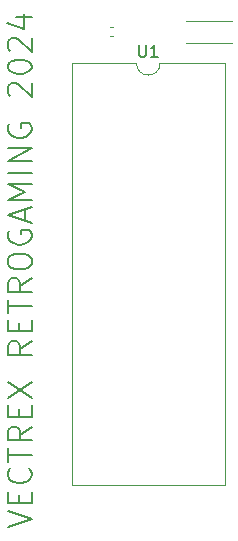
<source format=gto>
G04 #@! TF.GenerationSoftware,KiCad,Pcbnew,8.0.1*
G04 #@! TF.CreationDate,2024-04-03T00:25:31+02:00*
G04 #@! TF.ProjectId,vectrex_cart_v1,76656374-7265-4785-9f63-6172745f7631,V0.1*
G04 #@! TF.SameCoordinates,Original*
G04 #@! TF.FileFunction,Legend,Top*
G04 #@! TF.FilePolarity,Positive*
%FSLAX46Y46*%
G04 Gerber Fmt 4.6, Leading zero omitted, Abs format (unit mm)*
G04 Created by KiCad (PCBNEW 8.0.1) date 2024-04-03 00:25:31*
%MOMM*%
%LPD*%
G01*
G04 APERTURE LIST*
%ADD10C,0.200000*%
%ADD11C,0.150000*%
%ADD12C,0.120000*%
G04 APERTURE END LIST*
D10*
X90744838Y-89427945D02*
X92744838Y-88761279D01*
X92744838Y-88761279D02*
X90744838Y-88094612D01*
X91697219Y-87427945D02*
X91697219Y-86761278D01*
X92744838Y-86475564D02*
X92744838Y-87427945D01*
X92744838Y-87427945D02*
X90744838Y-87427945D01*
X90744838Y-87427945D02*
X90744838Y-86475564D01*
X92554361Y-84475564D02*
X92649600Y-84570802D01*
X92649600Y-84570802D02*
X92744838Y-84856516D01*
X92744838Y-84856516D02*
X92744838Y-85046992D01*
X92744838Y-85046992D02*
X92649600Y-85332707D01*
X92649600Y-85332707D02*
X92459123Y-85523183D01*
X92459123Y-85523183D02*
X92268647Y-85618421D01*
X92268647Y-85618421D02*
X91887695Y-85713659D01*
X91887695Y-85713659D02*
X91601980Y-85713659D01*
X91601980Y-85713659D02*
X91221028Y-85618421D01*
X91221028Y-85618421D02*
X91030552Y-85523183D01*
X91030552Y-85523183D02*
X90840076Y-85332707D01*
X90840076Y-85332707D02*
X90744838Y-85046992D01*
X90744838Y-85046992D02*
X90744838Y-84856516D01*
X90744838Y-84856516D02*
X90840076Y-84570802D01*
X90840076Y-84570802D02*
X90935314Y-84475564D01*
X90744838Y-83904135D02*
X90744838Y-82761278D01*
X92744838Y-83332707D02*
X90744838Y-83332707D01*
X92744838Y-80951754D02*
X91792457Y-81618421D01*
X92744838Y-82094611D02*
X90744838Y-82094611D01*
X90744838Y-82094611D02*
X90744838Y-81332706D01*
X90744838Y-81332706D02*
X90840076Y-81142230D01*
X90840076Y-81142230D02*
X90935314Y-81046992D01*
X90935314Y-81046992D02*
X91125790Y-80951754D01*
X91125790Y-80951754D02*
X91411504Y-80951754D01*
X91411504Y-80951754D02*
X91601980Y-81046992D01*
X91601980Y-81046992D02*
X91697219Y-81142230D01*
X91697219Y-81142230D02*
X91792457Y-81332706D01*
X91792457Y-81332706D02*
X91792457Y-82094611D01*
X91697219Y-80094611D02*
X91697219Y-79427944D01*
X92744838Y-79142230D02*
X92744838Y-80094611D01*
X92744838Y-80094611D02*
X90744838Y-80094611D01*
X90744838Y-80094611D02*
X90744838Y-79142230D01*
X90744838Y-78475563D02*
X92744838Y-77142230D01*
X90744838Y-77142230D02*
X92744838Y-78475563D01*
X92744838Y-73713658D02*
X91792457Y-74380325D01*
X92744838Y-74856515D02*
X90744838Y-74856515D01*
X90744838Y-74856515D02*
X90744838Y-74094610D01*
X90744838Y-74094610D02*
X90840076Y-73904134D01*
X90840076Y-73904134D02*
X90935314Y-73808896D01*
X90935314Y-73808896D02*
X91125790Y-73713658D01*
X91125790Y-73713658D02*
X91411504Y-73713658D01*
X91411504Y-73713658D02*
X91601980Y-73808896D01*
X91601980Y-73808896D02*
X91697219Y-73904134D01*
X91697219Y-73904134D02*
X91792457Y-74094610D01*
X91792457Y-74094610D02*
X91792457Y-74856515D01*
X91697219Y-72856515D02*
X91697219Y-72189848D01*
X92744838Y-71904134D02*
X92744838Y-72856515D01*
X92744838Y-72856515D02*
X90744838Y-72856515D01*
X90744838Y-72856515D02*
X90744838Y-71904134D01*
X90744838Y-71332705D02*
X90744838Y-70189848D01*
X92744838Y-70761277D02*
X90744838Y-70761277D01*
X92744838Y-68380324D02*
X91792457Y-69046991D01*
X92744838Y-69523181D02*
X90744838Y-69523181D01*
X90744838Y-69523181D02*
X90744838Y-68761276D01*
X90744838Y-68761276D02*
X90840076Y-68570800D01*
X90840076Y-68570800D02*
X90935314Y-68475562D01*
X90935314Y-68475562D02*
X91125790Y-68380324D01*
X91125790Y-68380324D02*
X91411504Y-68380324D01*
X91411504Y-68380324D02*
X91601980Y-68475562D01*
X91601980Y-68475562D02*
X91697219Y-68570800D01*
X91697219Y-68570800D02*
X91792457Y-68761276D01*
X91792457Y-68761276D02*
X91792457Y-69523181D01*
X90744838Y-67142229D02*
X90744838Y-66761276D01*
X90744838Y-66761276D02*
X90840076Y-66570800D01*
X90840076Y-66570800D02*
X91030552Y-66380324D01*
X91030552Y-66380324D02*
X91411504Y-66285086D01*
X91411504Y-66285086D02*
X92078171Y-66285086D01*
X92078171Y-66285086D02*
X92459123Y-66380324D01*
X92459123Y-66380324D02*
X92649600Y-66570800D01*
X92649600Y-66570800D02*
X92744838Y-66761276D01*
X92744838Y-66761276D02*
X92744838Y-67142229D01*
X92744838Y-67142229D02*
X92649600Y-67332705D01*
X92649600Y-67332705D02*
X92459123Y-67523181D01*
X92459123Y-67523181D02*
X92078171Y-67618419D01*
X92078171Y-67618419D02*
X91411504Y-67618419D01*
X91411504Y-67618419D02*
X91030552Y-67523181D01*
X91030552Y-67523181D02*
X90840076Y-67332705D01*
X90840076Y-67332705D02*
X90744838Y-67142229D01*
X90840076Y-64380324D02*
X90744838Y-64570800D01*
X90744838Y-64570800D02*
X90744838Y-64856514D01*
X90744838Y-64856514D02*
X90840076Y-65142229D01*
X90840076Y-65142229D02*
X91030552Y-65332705D01*
X91030552Y-65332705D02*
X91221028Y-65427943D01*
X91221028Y-65427943D02*
X91601980Y-65523181D01*
X91601980Y-65523181D02*
X91887695Y-65523181D01*
X91887695Y-65523181D02*
X92268647Y-65427943D01*
X92268647Y-65427943D02*
X92459123Y-65332705D01*
X92459123Y-65332705D02*
X92649600Y-65142229D01*
X92649600Y-65142229D02*
X92744838Y-64856514D01*
X92744838Y-64856514D02*
X92744838Y-64666038D01*
X92744838Y-64666038D02*
X92649600Y-64380324D01*
X92649600Y-64380324D02*
X92554361Y-64285086D01*
X92554361Y-64285086D02*
X91887695Y-64285086D01*
X91887695Y-64285086D02*
X91887695Y-64666038D01*
X92173409Y-63523181D02*
X92173409Y-62570800D01*
X92744838Y-63713657D02*
X90744838Y-63046991D01*
X90744838Y-63046991D02*
X92744838Y-62380324D01*
X92744838Y-61713657D02*
X90744838Y-61713657D01*
X90744838Y-61713657D02*
X92173409Y-61046990D01*
X92173409Y-61046990D02*
X90744838Y-60380324D01*
X90744838Y-60380324D02*
X92744838Y-60380324D01*
X92744838Y-59427943D02*
X90744838Y-59427943D01*
X92744838Y-58475562D02*
X90744838Y-58475562D01*
X90744838Y-58475562D02*
X92744838Y-57332705D01*
X92744838Y-57332705D02*
X90744838Y-57332705D01*
X90840076Y-55332705D02*
X90744838Y-55523181D01*
X90744838Y-55523181D02*
X90744838Y-55808895D01*
X90744838Y-55808895D02*
X90840076Y-56094610D01*
X90840076Y-56094610D02*
X91030552Y-56285086D01*
X91030552Y-56285086D02*
X91221028Y-56380324D01*
X91221028Y-56380324D02*
X91601980Y-56475562D01*
X91601980Y-56475562D02*
X91887695Y-56475562D01*
X91887695Y-56475562D02*
X92268647Y-56380324D01*
X92268647Y-56380324D02*
X92459123Y-56285086D01*
X92459123Y-56285086D02*
X92649600Y-56094610D01*
X92649600Y-56094610D02*
X92744838Y-55808895D01*
X92744838Y-55808895D02*
X92744838Y-55618419D01*
X92744838Y-55618419D02*
X92649600Y-55332705D01*
X92649600Y-55332705D02*
X92554361Y-55237467D01*
X92554361Y-55237467D02*
X91887695Y-55237467D01*
X91887695Y-55237467D02*
X91887695Y-55618419D01*
X90935314Y-52951752D02*
X90840076Y-52856514D01*
X90840076Y-52856514D02*
X90744838Y-52666038D01*
X90744838Y-52666038D02*
X90744838Y-52189847D01*
X90744838Y-52189847D02*
X90840076Y-51999371D01*
X90840076Y-51999371D02*
X90935314Y-51904133D01*
X90935314Y-51904133D02*
X91125790Y-51808895D01*
X91125790Y-51808895D02*
X91316266Y-51808895D01*
X91316266Y-51808895D02*
X91601980Y-51904133D01*
X91601980Y-51904133D02*
X92744838Y-53046990D01*
X92744838Y-53046990D02*
X92744838Y-51808895D01*
X90744838Y-50570800D02*
X90744838Y-50380323D01*
X90744838Y-50380323D02*
X90840076Y-50189847D01*
X90840076Y-50189847D02*
X90935314Y-50094609D01*
X90935314Y-50094609D02*
X91125790Y-49999371D01*
X91125790Y-49999371D02*
X91506742Y-49904133D01*
X91506742Y-49904133D02*
X91982933Y-49904133D01*
X91982933Y-49904133D02*
X92363885Y-49999371D01*
X92363885Y-49999371D02*
X92554361Y-50094609D01*
X92554361Y-50094609D02*
X92649600Y-50189847D01*
X92649600Y-50189847D02*
X92744838Y-50380323D01*
X92744838Y-50380323D02*
X92744838Y-50570800D01*
X92744838Y-50570800D02*
X92649600Y-50761276D01*
X92649600Y-50761276D02*
X92554361Y-50856514D01*
X92554361Y-50856514D02*
X92363885Y-50951752D01*
X92363885Y-50951752D02*
X91982933Y-51046990D01*
X91982933Y-51046990D02*
X91506742Y-51046990D01*
X91506742Y-51046990D02*
X91125790Y-50951752D01*
X91125790Y-50951752D02*
X90935314Y-50856514D01*
X90935314Y-50856514D02*
X90840076Y-50761276D01*
X90840076Y-50761276D02*
X90744838Y-50570800D01*
X90935314Y-49142228D02*
X90840076Y-49046990D01*
X90840076Y-49046990D02*
X90744838Y-48856514D01*
X90744838Y-48856514D02*
X90744838Y-48380323D01*
X90744838Y-48380323D02*
X90840076Y-48189847D01*
X90840076Y-48189847D02*
X90935314Y-48094609D01*
X90935314Y-48094609D02*
X91125790Y-47999371D01*
X91125790Y-47999371D02*
X91316266Y-47999371D01*
X91316266Y-47999371D02*
X91601980Y-48094609D01*
X91601980Y-48094609D02*
X92744838Y-49237466D01*
X92744838Y-49237466D02*
X92744838Y-47999371D01*
X91411504Y-46285085D02*
X92744838Y-46285085D01*
X90649600Y-46761276D02*
X92078171Y-47237466D01*
X92078171Y-47237466D02*
X92078171Y-45999371D01*
D11*
X101858095Y-48624819D02*
X101858095Y-49434342D01*
X101858095Y-49434342D02*
X101905714Y-49529580D01*
X101905714Y-49529580D02*
X101953333Y-49577200D01*
X101953333Y-49577200D02*
X102048571Y-49624819D01*
X102048571Y-49624819D02*
X102239047Y-49624819D01*
X102239047Y-49624819D02*
X102334285Y-49577200D01*
X102334285Y-49577200D02*
X102381904Y-49529580D01*
X102381904Y-49529580D02*
X102429523Y-49434342D01*
X102429523Y-49434342D02*
X102429523Y-48624819D01*
X103429523Y-49624819D02*
X102858095Y-49624819D01*
X103143809Y-49624819D02*
X103143809Y-48624819D01*
X103143809Y-48624819D02*
X103048571Y-48767676D01*
X103048571Y-48767676D02*
X102953333Y-48862914D01*
X102953333Y-48862914D02*
X102858095Y-48910533D01*
D12*
X99653641Y-47880000D02*
X99346359Y-47880000D01*
X99653641Y-47120000D02*
X99346359Y-47120000D01*
X105830000Y-48420000D02*
X109670000Y-48420000D01*
X105830000Y-46580000D02*
X109670000Y-46580000D01*
X96160000Y-50170000D02*
X96160000Y-85850000D01*
X96160000Y-85850000D02*
X109080000Y-85850000D01*
X101620000Y-50170000D02*
X96160000Y-50170000D01*
X109080000Y-50170000D02*
X103620000Y-50170000D01*
X109080000Y-85850000D02*
X109080000Y-50170000D01*
X103620000Y-50170000D02*
G75*
G02*
X101620000Y-50170000I-1000000J0D01*
G01*
M02*

</source>
